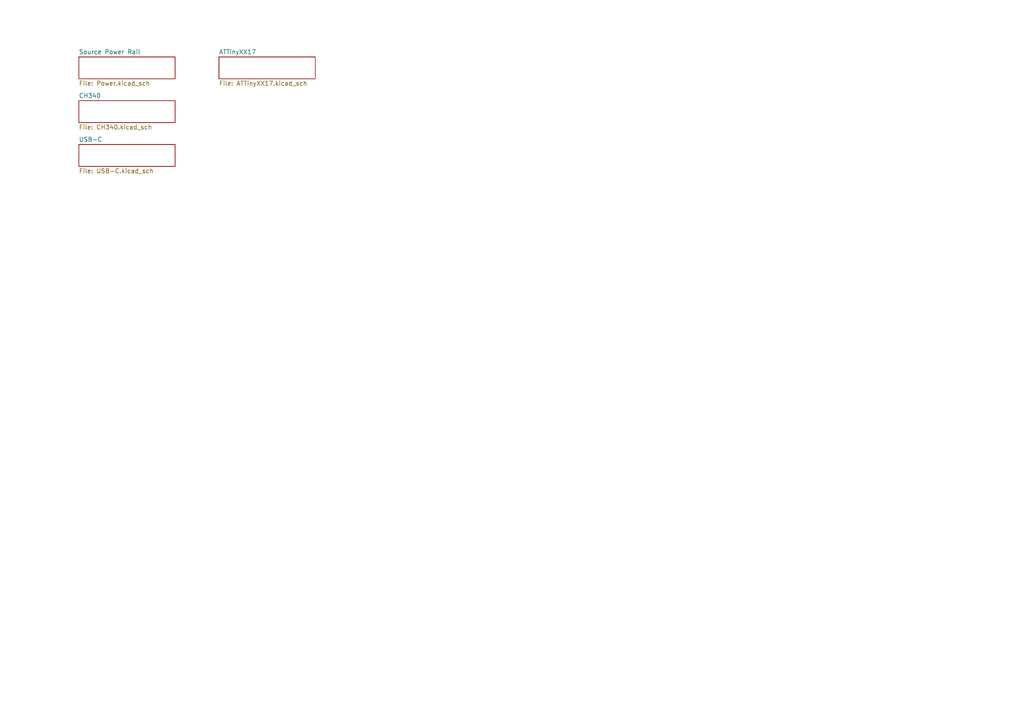
<source format=kicad_sch>
(kicad_sch (version 20211123) (generator eeschema)
  (paper "A4")
  (title_block (title "Benchtop Modular Power Strip") (date "2024-03-19") (rev "1.0.0") (company "S. A. Miller") (comment 1 "Master Control Module") (comment 2 "ATTiny Edition"))
  (lib_symbols)
  (sheet (at 63.5 16.51) (size 27.94 6.35) (stroke (width 0.1524))
    (property "Sheet name" "ATTinyXX17" (at 63.5 15.7984 0) (effects (justify left bottom)))
    (property "Sheet file" "ATTinyXX17.kicad_sch" (at 63.5 23.4446 0) (effects (justify left top)))
  )
  (sheet (at 22.86 41.91) (size 27.94 6.35) (stroke (width 0.1524))
    (property "Sheet name" "USB-C" (at 22.86 41.1984 0) (effects (justify left bottom)))
    (property "Sheet file" "USB-C.kicad_sch" (at 22.86 48.8446 0) (effects (justify left top)))
  )
  (sheet (at 22.86 29.21) (size 27.94 6.35) (stroke (width 0.1524))
    (property "Sheet name" "CH340" (at 22.86 28.4984 0) (effects (justify left bottom)))
    (property "Sheet file" "CH340.kicad_sch" (at 22.86 36.1446 0) (effects (justify left top)))
  )
  (sheet (at 22.86 16.51) (size 27.94 6.35) (stroke (width 0.1524))
    (property "Sheet name" "Source Power Rail" (at 22.86 15.7984 0) (effects (justify left bottom)))
    (property "Sheet file" "Power.kicad_sch" (at 22.86 23.4446 0) (effects (justify left top)))
  )
)
</source>
